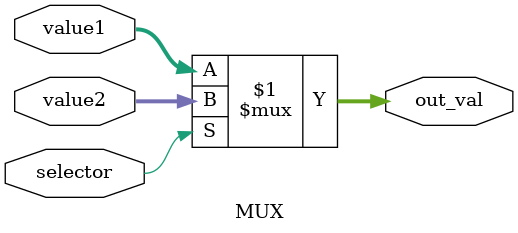
<source format=v>
module MUX  #(parameter LEN = 32) ( input [LEN-1:0] value1, input [LEN-1:0] value2, input selector, output [LEN-1:0] out_val
);
	assign out_val = (selector)? value2 : value1;

endmodule 
</source>
